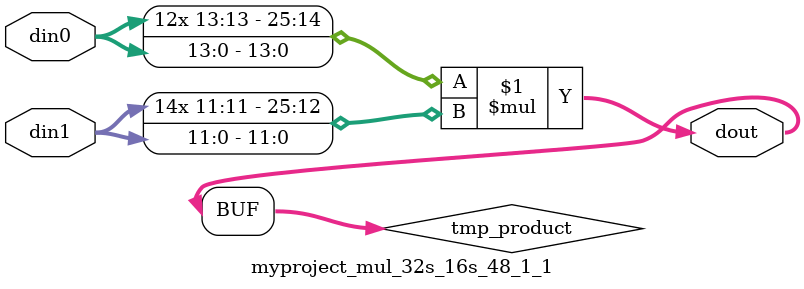
<source format=v>

`timescale 1 ns / 1 ps

  module myproject_mul_32s_16s_48_1_1(din0, din1, dout);
parameter ID = 1;
parameter NUM_STAGE = 0;
parameter din0_WIDTH = 14;
parameter din1_WIDTH = 12;
parameter dout_WIDTH = 26;

input [din0_WIDTH - 1 : 0] din0; 
input [din1_WIDTH - 1 : 0] din1; 
output [dout_WIDTH - 1 : 0] dout;

wire signed [dout_WIDTH - 1 : 0] tmp_product;













assign tmp_product = $signed(din0) * $signed(din1);








assign dout = tmp_product;







endmodule

</source>
